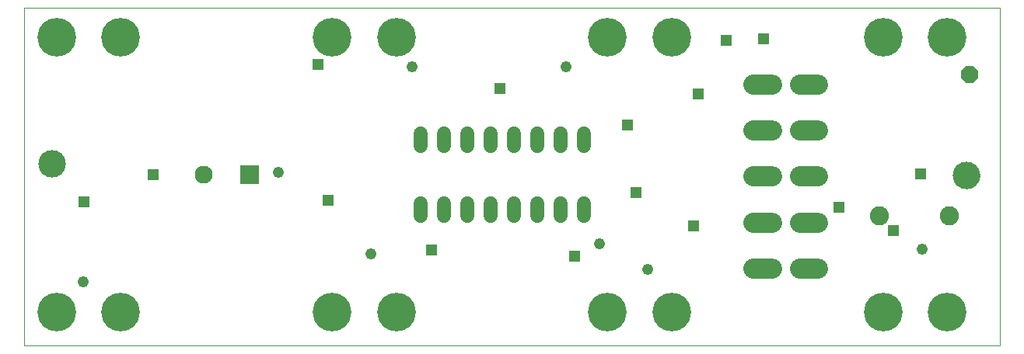
<source format=gbs>
G75*
%MOIN*%
%OFA0B0*%
%FSLAX24Y24*%
%IPPOS*%
%LPD*%
%AMOC8*
5,1,8,0,0,1.08239X$1,22.5*
%
%ADD10C,0.0000*%
%ADD11C,0.1182*%
%ADD12R,0.0787X0.0787*%
%ADD13C,0.0770*%
%ADD14C,0.0600*%
%ADD15OC8,0.0710*%
%ADD16C,0.0820*%
%ADD17C,0.1661*%
%ADD18C,0.0860*%
%ADD19C,0.0480*%
%ADD20R,0.0476X0.0476*%
D10*
X000680Y001499D02*
X000680Y015995D01*
X042495Y015995D01*
X042495Y001499D01*
X000680Y001499D01*
X001310Y009314D02*
X001312Y009361D01*
X001318Y009407D01*
X001328Y009453D01*
X001341Y009498D01*
X001359Y009541D01*
X001380Y009583D01*
X001404Y009623D01*
X001432Y009660D01*
X001463Y009695D01*
X001497Y009728D01*
X001533Y009757D01*
X001572Y009783D01*
X001613Y009806D01*
X001656Y009825D01*
X001700Y009841D01*
X001745Y009853D01*
X001791Y009861D01*
X001838Y009865D01*
X001884Y009865D01*
X001931Y009861D01*
X001977Y009853D01*
X002022Y009841D01*
X002066Y009825D01*
X002109Y009806D01*
X002150Y009783D01*
X002189Y009757D01*
X002225Y009728D01*
X002259Y009695D01*
X002290Y009660D01*
X002318Y009623D01*
X002342Y009583D01*
X002363Y009541D01*
X002381Y009498D01*
X002394Y009453D01*
X002404Y009407D01*
X002410Y009361D01*
X002412Y009314D01*
X002410Y009267D01*
X002404Y009221D01*
X002394Y009175D01*
X002381Y009130D01*
X002363Y009087D01*
X002342Y009045D01*
X002318Y009005D01*
X002290Y008968D01*
X002259Y008933D01*
X002225Y008900D01*
X002189Y008871D01*
X002150Y008845D01*
X002109Y008822D01*
X002066Y008803D01*
X002022Y008787D01*
X001977Y008775D01*
X001931Y008767D01*
X001884Y008763D01*
X001838Y008763D01*
X001791Y008767D01*
X001745Y008775D01*
X001700Y008787D01*
X001656Y008803D01*
X001613Y008822D01*
X001572Y008845D01*
X001533Y008871D01*
X001497Y008900D01*
X001463Y008933D01*
X001432Y008968D01*
X001404Y009005D01*
X001380Y009045D01*
X001359Y009087D01*
X001341Y009130D01*
X001328Y009175D01*
X001318Y009221D01*
X001312Y009267D01*
X001310Y009314D01*
X040523Y008802D02*
X040525Y008849D01*
X040531Y008895D01*
X040541Y008941D01*
X040554Y008986D01*
X040572Y009029D01*
X040593Y009071D01*
X040617Y009111D01*
X040645Y009148D01*
X040676Y009183D01*
X040710Y009216D01*
X040746Y009245D01*
X040785Y009271D01*
X040826Y009294D01*
X040869Y009313D01*
X040913Y009329D01*
X040958Y009341D01*
X041004Y009349D01*
X041051Y009353D01*
X041097Y009353D01*
X041144Y009349D01*
X041190Y009341D01*
X041235Y009329D01*
X041279Y009313D01*
X041322Y009294D01*
X041363Y009271D01*
X041402Y009245D01*
X041438Y009216D01*
X041472Y009183D01*
X041503Y009148D01*
X041531Y009111D01*
X041555Y009071D01*
X041576Y009029D01*
X041594Y008986D01*
X041607Y008941D01*
X041617Y008895D01*
X041623Y008849D01*
X041625Y008802D01*
X041623Y008755D01*
X041617Y008709D01*
X041607Y008663D01*
X041594Y008618D01*
X041576Y008575D01*
X041555Y008533D01*
X041531Y008493D01*
X041503Y008456D01*
X041472Y008421D01*
X041438Y008388D01*
X041402Y008359D01*
X041363Y008333D01*
X041322Y008310D01*
X041279Y008291D01*
X041235Y008275D01*
X041190Y008263D01*
X041144Y008255D01*
X041097Y008251D01*
X041051Y008251D01*
X041004Y008255D01*
X040958Y008263D01*
X040913Y008275D01*
X040869Y008291D01*
X040826Y008310D01*
X040785Y008333D01*
X040746Y008359D01*
X040710Y008388D01*
X040676Y008421D01*
X040645Y008456D01*
X040617Y008493D01*
X040593Y008533D01*
X040572Y008575D01*
X040554Y008618D01*
X040541Y008663D01*
X040531Y008709D01*
X040525Y008755D01*
X040523Y008802D01*
D11*
X041074Y008802D03*
X001861Y009314D03*
D12*
X010326Y008841D03*
D13*
X008357Y008841D03*
D14*
X017652Y007601D02*
X017652Y007081D01*
X018652Y007081D02*
X018652Y007601D01*
X019652Y007601D02*
X019652Y007081D01*
X020652Y007081D02*
X020652Y007601D01*
X021652Y007601D02*
X021652Y007081D01*
X022652Y007081D02*
X022652Y007601D01*
X023652Y007601D02*
X023652Y007081D01*
X024652Y007081D02*
X024652Y007601D01*
X024652Y010081D02*
X024652Y010601D01*
X023652Y010601D02*
X023652Y010081D01*
X022652Y010081D02*
X022652Y010601D01*
X021652Y010601D02*
X021652Y010081D01*
X020652Y010081D02*
X020652Y010601D01*
X019652Y010601D02*
X019652Y010081D01*
X018652Y010081D02*
X018652Y010601D01*
X017652Y010601D02*
X017652Y010081D01*
D15*
X041192Y013141D03*
D16*
X040349Y007086D03*
X037349Y007086D03*
D17*
X037491Y002936D03*
X040247Y002936D03*
X028436Y002936D03*
X025680Y002936D03*
X016625Y002936D03*
X013869Y002936D03*
X004814Y002936D03*
X002058Y002936D03*
X002058Y014747D03*
X004814Y014747D03*
X013869Y014747D03*
X016625Y014747D03*
X025680Y014747D03*
X028436Y014747D03*
X037491Y014747D03*
X040247Y014747D03*
D18*
X034706Y012695D02*
X033926Y012695D01*
X032726Y012695D02*
X031946Y012695D01*
X031946Y010725D02*
X032726Y010725D01*
X033926Y010725D02*
X034706Y010725D01*
X034706Y008755D02*
X033926Y008755D01*
X032726Y008755D02*
X031946Y008755D01*
X031946Y006785D02*
X032726Y006785D01*
X033926Y006785D02*
X034706Y006785D01*
X034706Y004815D02*
X033926Y004815D01*
X032726Y004815D02*
X031946Y004815D01*
D19*
X027410Y004771D03*
X025320Y005871D03*
X015530Y005431D03*
X011570Y008951D03*
X017290Y013461D03*
X023890Y013461D03*
X039180Y005651D03*
X003210Y004221D03*
D20*
X003239Y007660D03*
X006192Y008841D03*
X013711Y007739D03*
X018121Y005613D03*
X024263Y005337D03*
X029381Y006637D03*
X026900Y008054D03*
X026546Y010967D03*
X029578Y012306D03*
X030759Y014589D03*
X032373Y014668D03*
X021074Y012542D03*
X013278Y013566D03*
X035601Y007424D03*
X037924Y006440D03*
X039105Y008881D03*
M02*

</source>
